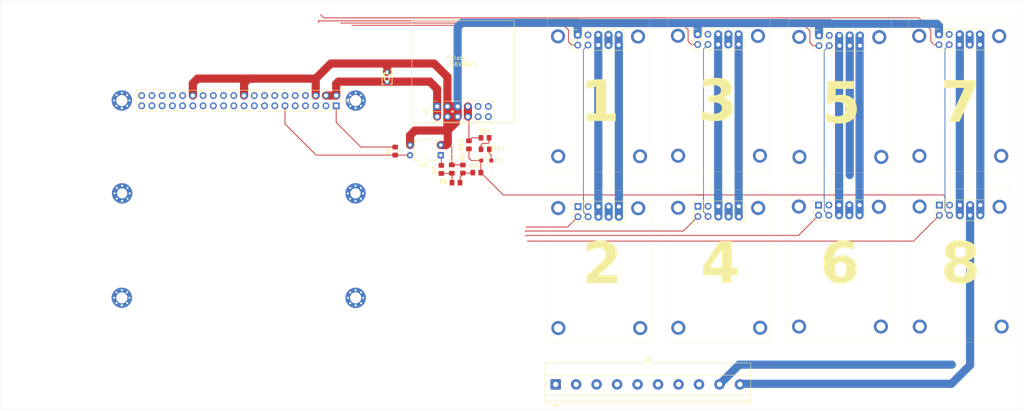
<source format=kicad_pcb>
(kicad_pcb (version 20241229) (generator "pcbnew") (generator_version "9.0")
  (layers (0 "F.Cu" signal) (2 "B.Cu" signal) (13 "F.Paste" user) (15 "B.Paste" user) (5 "F.SilkS" user "F.Silkscreen") (7 "B.SilkS" user "B.Silkscreen") (1 "F.Mask" user) (3 "B.Mask" user) (25 "Edge.Cuts" user))
  (net 0 "")
  (net 1 "+5V")
  (net 2 "GND")
  (net 3 "+12V")
  (net 4 "/FAIL")
  (net 5 "/OUT")
  (net 6 "/GPIO")
  (net 7 "GND1")
  (net 8 "Net-(C3-Pad1)")
  (net 9 "Net-(D2-A)")
  (net 10 "Net-(D3-A)")
  (net 11 "/GPIO26")
  (net 12 "/GPIO25")
  (net 13 "/GPIO4{slash}GPCLK0")
  (net 14 "/GPIO13{slash}PWM1")
  (net 15 "+3V3")
  (net 16 "/GPIO7{slash}SPI0.CE1")
  (net 17 "/GPIO27")
  (net 18 "/ID_SCL")
  (net 19 "/GPIO19{slash}PCM.FS")
  (net 20 "/GPIO24")
  (net 21 "/GPIO17")
  (net 22 "/GPIO15{slash}RXD0")
  (net 23 "/GPIO22")
  (net 24 "/GPIO10{slash}SPI0.MOSI")
  (net 25 "/GPIO9{slash}SPI0.MISO")
  (net 26 "/GPIO23")
  (net 27 "/GPIO18{slash}PCM.CLK")
  (net 28 "/GPIO12")
  (net 29 "/GPIO5")
  (net 30 "/GPIO11{slash}SPI0.SCLK")
  (net 31 "/GPIO8{slash}SPI0.CE0")
  (net 32 "/ID_SDA")
  (net 33 "/GPIO20{slash}PCM.DIN")
  (net 34 "/GPIO2{slash}SDA1")
  (net 35 "/GPIO14{slash}TXD0")
  (net 36 "/GPIO3{slash}SCL1")
  (net 37 "/GPIO21{slash}PCM.DOUT")
  (net 38 "/GPIO6")
  (net 39 "/GPIO16")
  (net 44 "Net-(R7-Pad1)")
  (net 45 "Net-(R10-Pad1)")
  (footprint "MountingHole:MountingHole_2.2mm_M2_ISO7380_Pad_TopBottom" (layer "F.Cu") (at 251.95 122.48 180)
    (property "Reference" "REF**" (hide yes))
    (property "Value" "MountingHole_2.2mm_M2_ISO7380_Pad_TopBottom" (hide yes))
  )
  (footprint "MountingHole:MountingHole_2.2mm_M2_ISO7380_Pad_TopBottom" (layer "F.Cu") (at 301.65 80.15 180)
    (property "Reference" "REF**" (hide yes))
    (property "Value" "MountingHole_2.2mm_M2_ISO7380_Pad_TopBottom" (hide yes))
  )
  (footprint "MountingHole:MountingHole_2.5mm_Pad_Via" (layer "F.Cu") (at 84 96.125)
    (property "Reference" "REF2" (hide yes))
    (property "Value" "MountingHole_2.5mm_Pad_Via" (hide yes))
  )
  (footprint "Connector_PinSocket_2.54mm:PinSocket_2x05_P2.54mm_Vertical" (layer "F.Cu") (at 256.85 122.11 90)
    (property "Reference" "REF**" (hide yes))
    (property "Value" "PinSocket_2x05_P2.54mm_Vertical" (hide yes))
  )
  (footprint "MountingHole:MountingHole_2.5mm_Pad_Via" (layer "F.Cu") (at 84.075 119.2)
    (property "Reference" "REF2" (hide yes))
    (property "Value" "MountingHole_2.5mm_Pad_Via" (hide yes))
  )
  (footprint "" (layer "F.Cu") (at 142 145.15)
    (property "Reference" "")
    (property "Value" "")
  )
  (footprint "LED_SMD:LED_0805_2012Metric_Pad1.15x1.40mm_HandSolder" (layer "F.Cu") (at 174.125 108.25 180)
    (property "Reference" "LED1" (hide yes))
    (property "Value" "APT2012SURCK" (hide yes))
  )
  (footprint "Connector_PinSocket_2.54mm:PinSocket_2x20_P2.54mm_Vertical" (layer "F.Cu") (at 137.18 97.45 -90)
    (property "Reference" "J1")
    (property "Value" "GPIO")
  )
  (footprint "Capacitor_SMD:C_0805_2012Metric_Pad1.18x1.45mm_HandSolder" (layer "F.Cu") (at 165.85 113.1625 90)
    (property "Reference" "C3")
    (property "Value" ".68uf" (hide yes))
  )
  (footprint "Connector_PinSocket_2.54mm:PinSocket_2x05_P2.54mm_Vertical" (layer "F.Cu") (at 286.7 79.73 90)
    (property "Reference" "REF**" (hide yes))
    (property "Value" "PinSocket_2x05_P2.54mm_Vertical" (hide yes))
  )
  (footprint "" (layer "F.Cu") (at 84 145.125)
    (property "Reference" "")
    (property "Value" "")
  )
  (footprint "MountingHole:MountingHole_2.2mm_M2_ISO7380_Pad_TopBottom" (layer "F.Cu") (at 301.75 122.53 180)
    (property "Reference" "REF**" (hide yes))
    (property "Value" "MountingHole_2.2mm_M2_ISO7380_Pad_TopBottom" (hide yes))
  )
  (footprint "Connector_PinSocket_2.54mm:PinSocket_2x05_P2.54mm_Vertical" (layer "F.Cu") (at 226.85 79.68 90)
    (property "Reference" "REF**" (hide yes))
    (property "Value" "PinSocket_2x05_P2.54mm_Vertical" (hide yes))
  )
  (footprint "MountingHole:MountingHole_2.2mm_M2_ISO7380_Pad_TopBottom" (layer "F.Cu") (at 302.25 152.28 180)
    (property "Reference" "REF**" (hide yes))
    (property "Value" "MountingHole_2.2mm_M2_ISO7380_Pad_TopBottom" (hide yes))
  )
  (footprint "Resistor_SMD:R_0805_2012Metric_Pad1.20x1.40mm_HandSolder" (layer "F.Cu") (at 163.25 113.25 -90)
    (property "Reference" "R7")
    (property "Value" "100" (hide yes))
  )
  (footprint "" (layer "F.Cu") (at 84 147)
    (property "Reference" "")
    (property "Value" "")
  )
  (footprint "MountingHole:MountingHole_2.2mm_M2_ISO7380_Pad_TopBottom" (layer "F.Cu") (at 281.9 122.48 180)
    (property "Reference" "REF**" (hide yes))
    (property "Value" "MountingHole_2.2mm_M2_ISO7380_Pad_TopBottom" (hide yes))
  )
  (footprint "Resistor_SMD:R_0805_2012Metric_Pad1.20x1.40mm_HandSolder" (layer "F.Cu") (at 166.9 116.55)
    (property "Reference" "R8")
    (property "Value" "150" (hide yes))
  )
  (footprint "Resistor_SMD:R_0805_2012Metric_Pad1.20x1.40mm_HandSolder" (layer "F.Cu") (at 170.1 107.15 -90)
    (property "Reference" "R12")
    (property "Value" "6.8K" (hide yes))
  )
  (footprint "Package_DIP:DIP-4_W7.62mm" (layer "F.Cu") (at 163.12 109.74 180)
    (property "Reference" "U1")
    (property "Value" "PC817")
  )
  (footprint "Connector_PinSocket_2.54mm:PinSocket_2x05_P2.54mm_Vertical" (layer "F.Cu") (at 256.95 79.98 90)
    (property "Reference" "REF**" (hide yes))
    (property "Value" "PinSocket_2x05_P2.54mm_Vertical" (hide yes))
  )
  (footprint "MountingHole:MountingHole_2.2mm_M2_ISO7380_Pad_TopBottom" (layer "F.Cu") (at 212.55 110 180)
    (property "Reference" "REF**" (hide yes))
    (property "Value" "MountingHole_2.2mm_M2_ISO7380_Pad_TopBottom" (hide yes))
  )
  (footprint "Connector_PinSocket_2.54mm:PinSocket_2x05_P2.54mm_Vertical" (layer "F.Cu") (at 197.15 122.48 90)
    (property "Reference" "REF**" (hide yes))
    (property "Value" "PinSocket_2x05_P2.54mm_Vertical" (hide yes))
  )
  (footprint "" (layer "F.Cu") (at 142 96.15)
    (property "Reference" "")
    (property "Value" "")
  )
  (footprint "MountingHole:MountingHole_2.2mm_M2_ISO7380_Pad_TopBottom" (layer "F.Cu") (at 192.3 152.65 180)
    (property "Reference" "REF**" (hide yes))
    (property "Value" "MountingHole_2.2mm_M2_ISO7380_Pad_TopBottom" (hide yes))
  )
  (footprint "MountingHole:MountingHole_2.5mm_Pad_Via" (layer "F.Cu") (at 142 96.15)
    (property "Reference" "REF2" (hide yes))
    (property "Value" "MountingHole_2.5mm_Pad_Via" (hide yes))
  )
  (footprint "MountingHole:MountingHole_2.2mm_M2_ISO7380_Pad_TopBottom" (layer "F.Cu") (at 192.25 122.85 180)
    (property "Reference" "REF**" (hide yes))
    (property "Value" "MountingHole_2.2mm_M2_ISO7380_Pad_TopBottom" (hide yes))
  )
  (footprint "Connector_PinSocket_2.54mm:PinSocket_2x05_P2.54mm_Vertical" (layer "F.Cu") (at 286.8 122.11 90)
    (property "Reference" "REF**" (hide yes))
    (property "Value" "PinSocket_2x05_P2.54mm_Vertical" (hide yes))
  )
  (footprint "MountingHole:MountingHole_2.2mm_M2_ISO7380_Pad_TopBottom" (layer "F.Cu") (at 252.05 80.35 180)
    (property "Reference" "REF**" (hide yes))
    (property "Value" "MountingHole_2.2mm_M2_ISO7380_Pad_TopBottom" (hide yes))
  )
  (footprint "MountingHole:MountingHole_2.2mm_M2_ISO7380_Pad_TopBottom" (layer "F.Cu") (at 242.3 109.85 180)
    (property "Reference" "REF**" (hide yes))
    (property "Value" "MountingHole_2.2mm_M2_ISO7380_Pad_TopBottom" (hide yes))
  )
  (footprint "MountingHole:MountingHole_2.2mm_M2_ISO7380_Pad_TopBottom" (layer "F.Cu") (at 222 109.85 180)
    (property "Reference" "REF**" (hide yes))
    (property "Value" "MountingHole_2.2mm_M2_ISO7380_Pad_TopBottom" (hide yes))
  )
  (footprint "MountingHole:MountingHole_2.2mm_M2_ISO7380_Pad_TopBottom" (layer "F.Cu") (at 252 152.28 180)
    (property "Reference" "REF**" (hide yes))
    (property "Value" "MountingHole_2.2mm_M2_ISO7380_Pad_TopBottom" (hide yes))
  )
  (footprint "MountingHole:MountingHole_2.2mm_M2_ISO7380_Pad_TopBottom" (layer "F.Cu") (at 212.1 122.9 180)
    (property "Reference" "REF**" (hide yes))
    (property "Value" "MountingHole_2.2mm_M2_ISO7380_Pad_TopBottom" (hide yes))
  )
  (footprint "MountingHole:MountingHole_2.2mm_M2_ISO7380_Pad_TopBottom" (layer "F.Cu") (at 302.15 109.9 180)
    (property "Reference" "REF**" (hide yes))
    (property "Value" "MountingHole_2.2mm_M2_ISO7380_Pad_TopBottom" (hide yes))
  )
  (footprint "RCER71H104K0DBH03A:RCER71H104K0DBH03A" (layer "F.Cu") (at 149.8 91.55 90)
    (property "Reference" "C7")
    (property "Value" ".1uf" (hide yes))
  )
  (footprint "MountingHole:MountingHole_2.2mm_M2_ISO7380_Pad_TopBottom" (layer "F.Cu") (at 212.05 80.25 180)
    (property "Reference" "REF**" (hide yes))
    (property "Value" "MountingHole_2.2mm_M2_ISO7380_Pad_TopBottom" (hide yes))
  )
  (footprint "Connector_PinSocket_2.54mm:PinSocket_2x05_P2.54mm_Vertical" (layer "F.Cu") (at 226.9 122.41 90)
    (property "Reference" "REF**" (hide yes))
    (property "Value" "PinSocket_2x05_P2.54mm_Vertical" (hide yes))
  )
  (footprint "" (layer "F.Cu") (at 84.075 121.075)
    (property "Reference" "")
    (property "Value" "")
  )
  (footprint "Connector_PinSocket_2.54mm:PinSocket_2x05_P2.54mm_Vertical" (layer "F.Cu") (at 197.1 79.83 90)
    (property "Reference" "REF**" (hide yes))
    (property "Value" "PinSocket_2x05_P2.54mm_Vertical" (hide yes))
  )
  (footprint "MountingHole:MountingHole_2.2mm_M2_ISO7380_Pad_TopBottom" (layer "F.Cu") (at 222 122.78 180)
    (property "Reference" "REF**" (hide yes))
    (property "Value" "MountingHole_2.2mm_M2_ISO7380_Pad_TopBottom" (hide yes))
  )
  (footprint "MountingHole:MountingHole_2.2mm_M2_ISO7380_Pad_TopBottom" (layer "F.Cu") (at 221.95 80.05 180)
    (property "Reference" "REF**" (hide yes))
    (property "Value" "MountingHole_2.2mm_M2_ISO7380_Pad_TopBottom" (hide yes))
  )
  (footprint "MountingHole:MountingHole_2.5mm_Pad_Via" (layer "F.Cu") (at 142 145.15)
    (property "Reference" "REF2" (hide yes))
    (property "Value" "MountingHole_2.5mm_Pad_Via" (hide yes))
  )
  (footprint "MountingHole:MountingHole_2.2mm_M2_ISO7380_Pad_TopBottom" (layer "F.Cu") (at 241.85 122.83 180)
    (property "Reference" "REF**" (hide yes))
    (property "Value" "MountingHole_2.2mm_M2_ISO7380_Pad_TopBottom" (hide yes))
  )
  (footprint "Connector_PinSocket_2.54mm:PinSocket_2x06_P2.54mm_Vertical" (layer "F.Cu") (at 162.225 97.61 90)
    (property "Reference" "J2")
    (property "Value" "Conn_02x06_Top_Bottom" (hide yes))
  )
  (footprint "" (layer "F.Cu") (at 84 98)
    (property "Reference" "")
    (property "Value" "")
  )
  (footprint "MountingHole:MountingHole_2.2mm_M2_ISO7380_Pad_TopBottom" (layer "F.Cu") (at 281.85 109.9 180)
    (property "Reference" "REF**" (hide yes))
    (property "Value" "MountingHole_2.2mm_M2_ISO7380_Pad_TopBottom" (hide yes))
  )
  (footprint "" (layer "F.Cu") (at 141.975 119.2)
    (property "Reference" "")
    (property "Value" "")
  )
  (footprint "" (layer "F.Cu") (at 84 147)
    (property "Reference" "")
    (property "Value" "")
  )
  (footprint "MountingHole:MountingHole_2.2mm_M2_ISO7380_Pad_TopBottom" (layer "F.Cu") (at 192.25 110 180)
    (property "Reference" "REF**" (hide yes))
    (property "Value" "MountingHole_2.2mm_M2_ISO7380_Pad_TopBottom" (hide yes))
  )
  (footprint "" (layer "F.Cu") (at 141.975 121.075)
    (property "Reference" "")
    (property "Value" "")
  )
  (footprint "" (layer "F.Cu") (at 142 147.025)
    (property "Reference" "")
    (property "Value" "")
  )
  (footprint "MountingHole:MountingHole_2.2mm_M2_ISO7380_Pad_TopBottom" (layer "F.Cu") (at 242.35 152.58 180)
    (property "Reference" "REF**" (hide yes))
    (property "Value" "MountingHole_2.2mm_M2_ISO7380_Pad_TopBottom" (hide yes))
  )
  (footprint "" (layer "F.Cu") (at 84.075 119.2)
    (property "Reference" "")
    (property "Value" "")
  )
  (footprint "" (layer "F.Cu") (at 142 98.025)
    (property "Reference" "")
    (property "Value" "")
  )
  (footprint "" (layer "F.Cu") (at 142 147.025)
    (property "Reference" "")
    (property "Value" "")
  )
  (footprint "MountingHole:MountingHole_2.2mm_M2_ISO7380_Pad_TopBottom" (layer "F.Cu") (at 281.8 80.1 180)
    (property "Reference" "REF**" (hide yes))
    (property "Value" "MountingHole_2.2mm_M2_ISO7380_Pad_TopBottom" (hide yes))
  )
  (footprint "" (layer "F.Cu") (at 141.975 121.075)
    (property "Reference" "")
    (property "Value" "")
  )
  (footprint "Diode_SMD:D_SOD-323_HandSoldering" (layer "F.Cu") (at 174.4 111.05)
    (property "Reference" "D2")
    (property "Value" "1N4148WS-7-F" (hide yes))
  )
  (footprint "Resistor_SMD:R_0805_2012Metric_Pad1.20x1.40mm_HandSolder" (layer "F.Cu") (at 172.05 114.05)
    (property "Reference" "R10")
    (property "Value" "3.3K" (hide yes))
  )
  (footprint "" (layer "F.Cu") (at 142 98.025)
    (property "Reference" "")
    (property "Value" "")
  )
  (footprint "MountingHole:MountingHole_2.2mm_M2_ISO7380_Pad_TopBottom" (layer "F.Cu") (at 271.8 122.53 180)
    (property "Reference" "REF**" (hide yes))
    (property "Value" "MountingHole_2.2mm_M2_ISO7380_Pad_TopBottom" (hide yes))
  )
  (footprint "MountingHole:MountingHole_2.2mm_M2_ISO7380_Pad_TopBottom" (layer "F.Cu") (at 222.05 152.58 180)
    (property "Reference" "REF**" (hide yes))
    (property "Value" "MountingHole_2.2mm_M2_ISO7380_Pad_TopBottom" (hide yes))
  )
  (footprint "MountingHole:MountingHole_2.2mm_M2_ISO7380_Pad_TopBottom" (layer "F.Cu") (at 271.9 80.4 180)
    (property "Reference" "REF**" (hide yes))
    (property "Value" "MountingHole_2.2mm_M2_ISO7380_Pad_TopBottom" (hide yes))
  )
  (footprint "MountingHole:MountingHole_2.2mm_M2_ISO7380_Pad_TopBottom" (layer "F.Cu") (at 281.95 152.28 180)
    (property "Reference" "REF**" (hide yes))
    (property "Value" "MountingHole_2.2mm_M2_ISO7380_Pad_TopBottom" (hide yes))
  )
  (footprint "" (layer "F.Cu") (at 84 96.125)
    (property "Reference" "")
    (property "Value" "")
  )
  (footprint "TerminalBlock_Phoenix:TerminalBlock_Phoenix_MKDS-1,5-10-5.08_1x10_P5.08mm_Horizontal" (layer "F.Cu") (at 191.62 166.65)
    (property "Reference" "J3")
    (property "Value" "Screw_Terminal_01x10")
  )
  (footprint "" (layer "F.Cu") (at 84 98)
    (property "Reference" "")
    (property "Value" "")
  )
  (footprint "MountingHole:MountingHole_2.2mm_M2_ISO7380_Pad_TopBottom" (layer "F.Cu") (at 272.4 110.15 180)
    (property "Reference" "REF**" (hide yes))
    (property "Value" "MountingHole_2.2mm_M2_ISO7380_Pad_TopBottom" (hide yes))
  )
  (footprint "" (layer "F.Cu") (at 84.075 121.075)
    (property "Reference" "")
    (property "Value" "")
  )
  (footprint "Resistor_SMD:R_0805_2012Metric_Pad1.20x1.40mm_HandSolder" (layer "F.Cu") (at 168.6 113.15 90)
    (property "Reference" "R9")
    (property "Value" "1.8K" (hide yes))
  )
  (footprint "MountingHole:MountingHole_2.2mm_M2_ISO7380_Pad_TopBottom" (layer "F.Cu") (at 212.6 152.65 180)
    (property "Reference" "REF**" (hide yes))
    (property "Value" "MountingHole_2.2mm_M2_ISO7380_Pad_TopBottom" (hide yes))
  )
  (footprint "Resistor_SMD:R_0805_2012Metric_Pad1.20x1.40mm_HandSolder" (layer "F.Cu") (at 151.8 108.7 90)
    (property "Reference" "R6")
    (property "Value" "10K")
  )
  (footprint "MountingHole:MountingHole_2.2mm_M2_ISO7380_Pad_TopBottom" (layer "F.Cu") (at 252.1 110.15 180)
    (property "Reference" "REF**" (hide yes))
    (property "Value" "MountingHole_2.2mm_M2_ISO7380_Pad_TopBottom" (hide yes))
  )
  (footprint "MountingHole:MountingHole_2.2mm_M2_ISO7380_Pad_TopBottom" (layer "F.Cu") (at 241.8 80.1 180)
    (property "Reference" "REF**" (hide yes))
    (property "Value" "MountingHole_2.2mm_M2_ISO7380_Pad_TopBottom" (hide yes))
  )
  (footprint "MountingHole:MountingHole_2.2mm_M2_ISO7380_Pad_TopBottom" (layer "F.Cu") (at 192.2 80.2 180)
    (property "Reference" "REF**" (hide yes))
    (property "Value" "MountingHole_2.2mm_M2_ISO7380_Pad_TopBottom" (hide yes))
  )
  (footprint "MountingHole:MountingHole_2.5mm_Pad_Via" (layer "F.Cu") (at 84 145.125)
    (property "Reference" "REF2" (hide yes))
    (property "Value" "MountingHole_2.5mm_Pad_Via" (hide yes))
  )
  (footprint "Resistor_SMD:R_0805_2012Metric_Pad1.20x1.40mm_HandSolder" (layer "F.Cu") (at 174.1 105.4)
    (property "Reference" "R11")
    (property "Value" "5.6K" (hide yes))
  )
  (footprint "MountingHole:MountingHole_2.2mm_M2_ISO7380_Pad_TopBottom" (layer "F.Cu") (at 272.3 152.28 180)
    (property "Reference" "REF**" (hide yes))
    (property "Value" "MountingHole_2.2mm_M2_ISO7380_Pad_TopBottom" (hide yes))
  )
  (footprint "MountingHole:MountingHole_2.5mm_Pad_Via" (layer "F.Cu") (at 141.975 119.2)
    (property "Reference" "REF2" (hide yes))
    (property "Value" "MountingHole_2.5mm_Pad_Via" (hide yes))
  )
  (footprint "Raspberry-Pi-4-library-for-kicad:raspberrypi_2_3" (layer "B.Cu") (at 113 96.15 180)
    (property "Reference" "RP?")
    (property "Value" "Raspberry_Pi_2_3")
  )
  (gr_rect (start 279.3 118.08) (end 304.7 156.18) (stroke (width 0.05)) (fill no) (layer "F.SilkS"))
  (gr_rect (start 279.2 75.7) (end 304.6 113.8) (stroke (width 0.05)) (fill no) (layer "F.SilkS"))
  (gr_rect (start 189.6 75.8) (end 215 113.9) (stroke (width 0.05)) (fill no) (layer "F.SilkS"))
  (gr_rect (start 219.35 75.65) (end 244.75 113.75) (stroke (width 0.05)) (fill no) (layer "F.SilkS"))
  (gr_rect (start 219.4 118.38) (end 244.8 156.48) (stroke (width 0.05)) (fill no) (layer "F.SilkS"))
  (gr_rect (start 249.45 75.95) (end 274.85 114.05) (stroke (width 0.05)) (fill no) (layer "F.SilkS"))
  (gr_rect (start 189.65 118.45) (end 215.05 156.55) (stroke (width 0.05)) (fill no) (layer "F.SilkS"))
  (gr_rect (start 249.35 118.08) (end 274.75 156.18) (stroke (width 0.05)) (fill no) (layer "F.SilkS"))
  (gr_rect (start 155.925 76.3) (end 181.325 101.7) (stroke (width 0.12)) (fill no) (layer "F.SilkS"))
  (gr_rect (start 53.8 71.2) (end 307.8 172.8) (stroke (width 0.05)) (fill no) (layer "Edge.Cuts"))
  (gr_text "2" (at 198.2 143.22 0) (layer "F.SilkS") (effects (font (size 10.16 10.16) (thickness 0.3) (bold yes)) (justify left bottom)))
  (gr_text "8" (at 287.1 143.15 0) (layer "F.SilkS") (effects (font (size 10.16 10.16) (thickness 0.3) (bold yes)) (justify left bottom)))
  (gr_text "1" (at 197.6 102.95 0) (layer "F.SilkS") (effects (font (size 10.16 10.16) (thickness 0.3) (bold yes)) (justify left bottom)))
  (gr_text "3" (at 226.8 102.8 0) (layer "F.SilkS") (effects (font (size 10.16 10.16) (thickness 0.3) (bold yes)) (justify left bottom)))
  (gr_text "6" (at 257.15 143.15 0) (layer "F.SilkS") (effects (font (size 10.16 10.16) (thickness 0.3) (bold yes)) (justify left bottom)))
  (gr_text "Pololu\nD36V50F5" (at 164.425 87.75 0) (layer "F.SilkS") (effects (font (size 1 1)) (justify left bottom)))
  (gr_text "4" (at 227.55 143.15 0) (layer "F.SilkS") (effects (font (size 10.16 10.16) (thickness 0.3) (bold yes)) (justify left bottom)))
  (gr_text "5" (at 257.45 103.4 0) (layer "F.SilkS") (effects (font (size 10.16 10.16) (thickness 0.3) (bold yes)) (justify left bottom)))
  (gr_text "7" (at 287.05 103.15 0) (layer "F.SilkS") (effects (font (size 10.16 10.16) (thickness 0.3) (bold yes)) (justify left bottom)))
  (segment (start 237.16 161.75) (end 289.9 161.75) (width 2.032) (layer "B.Cu") (net 0))
  (segment (start 232.26 166.65) (end 237.16 161.75) (width 2.032) (layer "B.Cu") (net 0))
  (segment (start 162.225 100.15) (end 162.225 97.61) (width 2.032) (layer "F.Cu") (net 1))
  (segment (start 160.4 91.45) (end 137.75 91.45) (width 2.032) (layer "F.Cu") (net 1))
  (segment (start 162.225 97.61) (end 162.225 93.275) (width 2.032) (layer "F.Cu") (net 1))
  (segment (start 162.225 93.275) (end 160.4 91.45) (width 2.032) (layer "F.Cu") (net 1))
  (segment (start 137.18 94.91) (end 137.18 92.02) (width 2.032) (layer "F.Cu") (net 1))
  (segment (start 134.64 94.91) (end 137.18 94.91) (width 2.032) (layer "F.Cu") (net 1))
  (segment (start 137.18 92.02) (end 137.75 91.45) (width 2.032) (layer "F.Cu") (net 1))
  (segment (start 164.85 102.7) (end 164.765 102.615) (width 2.032) (layer "F.Cu") (net 2))
  (segment (start 116.75 90.7) (end 132.1 90.7) (width 2.032) (layer "F.Cu") (net 2))
  (segment (start 164.765 97.61) (end 164.765 90.265) (width 2.032) (layer "F.Cu") (net 2))
  (segment (start 163.12 107.2) (end 164.45 107.2) (width 2.032) (layer "F.Cu") (net 2))
  (segment (start 164.765 102.615) (end 164.765 100.15) (width 2.032) (layer "F.Cu") (net 2))
  (segment (start 135.85 86.95) (end 132.1 90.7) (width 2.032) (layer "F.Cu") (net 2))
  (segment (start 168.525 112.125) (end 168.75 112.35) (width 0.2) (layer "F.Cu") (net 2))
  (segment (start 155.5 107.2) (end 155.5 104.8) (width 2.032) (layer "F.Cu") (net 2))
  (segment (start 164.45 107.2) (end 164.85 106.8) (width 2.032) (layer "F.Cu") (net 2))
  (segment (start 149.7 86.95) (end 149.8 87.05) (width 2.032) (layer "F.Cu") (net 2))
  (segment (start 101.62 91.88) (end 102.8 90.7) (width 2.032) (layer "F.Cu") (net 2))
  (segment (start 166.85 101.6) (end 166.85 100.15) (width 2.032) (layer "F.Cu") (net 2))
  (segment (start 149.7 86.95) (end 135.85 86.95) (width 2.032) (layer "F.Cu") (net 2))
  (segment (start 164.765 100.15) (end 166.85 100.15) (width 2.032) (layer "F.Cu") (net 2))
  (segment (start 165.85 107.8) (end 164.85 106.8) (width 0.2) (layer "F.Cu") (net 2))
  (segment (start 156.7 103.6) (end 164.85 103.6) (width 2.032) (layer "F.Cu") (net 2))
  (segment (start 165.85 112.125) (end 168.525 112.125) (width 0.2) (layer "F.Cu") (net 2))
  (segment (start 166.85 100.15) (end 167.305 100.15) (width 2.032) (layer "F.Cu") (net 2))
  (segment (start 164.85 103.6) (end 166.85 101.6) (width 2.032) (layer "F.Cu") (net 2))
  (segment (start 102.8 90.7) (end 116.75 90.7) (width 2.032) (layer "F.Cu") (net 2))
  (segment (start 155.5 104.8) (end 156.7 103.6) (width 2.032) (layer "F.Cu") (net 2))
  (segment (start 167.305 97.61) (end 167.305 100.15) (width 2.032) (layer "F.Cu") (net 2))
  (segment (start 101.62 94.91) (end 101.62 91.88) (width 2.032) (layer "F.Cu") (net 2))
  (segment (start 164.765 90.265) (end 161.45 86.95) (width 2.032) (layer "F.Cu") (net 2))
  (segment (start 164.765 97.61) (end 167.305 97.61) (width 2.032) (layer "F.Cu") (net 2))
  (segment (start 115.45 90.7) (end 116.75 90.7) (width 2.032) (layer "F.Cu") (net 2))
  (segment (start 165.85 112.325) (end 165.85 107.8) (width 0.2) (layer "F.Cu") (net 2))
  (segment (start 164.85 103.6) (end 164.85 102.7) (width 2.032) (layer "F.Cu") (net 2))
  (segment (start 149.8 87.05) (end 149.8 89.05) (width 2.032) (layer "F.Cu") (net 2))
  (segment (start 114.32 91.83) (end 115.45 90.7) (width 2.032) (layer "F.Cu") (net 2))
  (segment (start 114.32 94.91) (end 114.32 91.83) (width 2.032) (layer "F.Cu") (net 2))
  (segment (start 164.85 106.8) (end 164.85 103.6) (width 2.032) (layer "F.Cu") (net 2))
  (segment (start 161.45 86.95) (end 149.7 86.95) (width 2.032) (layer "F.Cu") (net 2))
  (segment (start 132.1 90.7) (end 132.1 94.91) (width 2.032) (layer "F.Cu") (net 2))
  (segment (start 164.765 100.15) (end 164.765 97.61) (width 2.032) (layer "F.Cu") (net 2))
  (segment (start 256.95 79.98) (end 256.95 77.233) (width 2.032) (layer "B.Cu") (net 2))
  (segment (start 226.8 77.083) (end 226.983 76.9) (width 2.032) (layer "B.Cu") (net 2))
  (segment (start 167.305 97.61) (end 167.305 77.895) (width 2.032) (layer "B.Cu") (net 2))
  (segment (start 197.1 79.83) (end 197.1 77.2) (width 2.032) (layer "B.Cu") (net 2))
  (segment (start 286.183 77.083) (end 286.7 77.6) (width 2.032) (layer "B.Cu") (net 2))
  (segment (start 256.8 77.083) (end 259.75 77.083) (width 2.032) (layer "B.Cu") (net 2))
  (segment (start 167.305 77.895) (end 168.35 76.85) (width 2.032) (layer "B.Cu") (net 2))
  (segment (start 226.85 79.68) (end 226.85 77.133) (width 2.032) (layer "B.Cu") (net 2))
  (segment (start 259.567 76.9) (end 259.75 77.083) (width 2.032) (layer "B.Cu") (net 2))
  (segment (start 197.05 77.15) (end 197.117 77.083) (width 2.032) (layer "B.Cu") (net 2))
  (segment (start 236.95 76.9) (end 259.567 76.9) (width 2.032) (layer "B.Cu") (net 2))
  (segment (start 226.617 76.9) (end 226.8 77.083) (width 2.032) (layer "B.Cu") (net 2))
  (segment (start 256.95 77.233) (end 256.8 77.083) (width 2.032) (layer "B.Cu") (net 2))
  (segment (start 168.35 76.85) (end 196.884 76.85) (width 2.032) (layer "B.Cu") (net 2))
  (segment (start 259.75 77.083) (end 286.183 77.083) (width 2.032) (layer "B.Cu") (net 2))
  (segment (start 197.117 77.083) (end 197.3 76.9) (width 2.032) (layer "B.Cu") (net 2))
  (segment (start 226.983 76.9) (end 236.95 76.9) (width 2.032) (layer "B.Cu") (net 2))
  (segment (start 226.85 77.133) (end 226.8 77.083) (width 2.032) (layer "B.Cu") (net 2))
  (segment (start 197.3 76.9) (end 226.617 76.9) (width 2.032) (layer "B.Cu") (net 2))
  (segment (start 286.7 77.6) (end 286.7 79.73) (width 2.032) (layer "B.Cu") (net 2))
  (segment (start 196.884 76.85) (end 197.117 77.083) (width 2.032) (layer "B.Cu") (net 2))
  (segment (start 197.1 77.2) (end 197.05 77.15) (width 2.032) (layer "B.Cu") (net 2))
  (segment (start 170.1 100.405) (end 169.845 100.15) (width 0.2) (layer "F.Cu") (net 3))
  (segment (start 170.1 106.15) (end 170.1 100.405) (width 0.2) (layer "F.Cu") (net 3))
  (segment (start 170.1 106.15) (end 170.85 105.4) (width 0.2) (layer "F.Cu") (net 3))
  (segment (start 169.845 97.61) (end 169.845 100.15) (width 2.032) (layer "F.Cu") (net 3))
  (segment (start 170.85 105.4) (end 173.1 105.4) (width 0.2) (layer "F.Cu") (net 3))
  (segment (start 291.88 124.65) (end 291.88 122.11) (width 2.032) (layer "B.Cu") (net 3))
  (segment (start 202.2 122.45) (end 202.2 79.85) (width 2.032) (layer "B.Cu") (net 3))
  (segment (start 231.98 124.95) (end 231.98 122.41) (width 2.032) (layer "B.Cu") (net 3))
  (segment (start 231.98 121.32) (end 231.93 121.27) (width 2.032) (layer "B.Cu") (net 3))
  (segment (start 202.23 122.48) (end 202.2 122.45) (width 2.032) (layer "B.Cu") (net 3))
  (segment (start 291.88 122.11) (end 291.88 79.68) (width 2.032) (layer "B.Cu") (net 3))
  (segment (start 202.2 79.85) (end 202.18 79.83) (width 2.032) (layer "B.Cu") (net 3))
  (segment (start 231.93 121.27) (end 231.93 79.68) (width 2.032) (layer "B.Cu") (net 3))
  (segment (start 202.23 125.02) (end 202.23 122.48) (width 2.032) (layer "B.Cu") (net 3))
  (segment (start 261.93 124.65) (end 261.93 122.11) (width 2.032) (layer "B.Cu") (net 3))
  (segment (start 231.98 122.41) (end 231.98 121.32) (width 2.032) (layer "B.Cu") (net 3))
  (segment (start 261.93 122.11) (end 261.93 80.08) (width 2.032) (layer "B.Cu") (net 3))
  (segment (start 228.289 119.639) (end 228.289 123.799) (width 0.2) (layer "F.Cu") (net 4))
  (segment (start 288.189 121.261) (end 288.189 123.499) (width 0.2) (layer "F.Cu") (net 4))
  (segment (start 173.05 114.05) (end 178.6 119.6) (width 0.2) (layer "F.Cu") (net 4))
  (segment (start 228.25 119.6) (end 228.289 119.639) (width 0.2) (layer "F.Cu") (net 4))
  (segment (start 198.6 119.6) (end 226.6 119.6) (width 0.2) (layer "F.Cu") (net 4))
  (segment (start 258.15 119.6) (end 287.8 119.6) (width 0.2) (layer "F.Cu") (net 4))
  (segment (start 173.05 114.05) (end 173.05 111.15) (width 0.2) (layer "F.Cu") (net 4))
  (segment (start 288.2 120) (end 288.2 121.25) (width 0.2) (layer "F.Cu") (net 4))
  (segment (start 259.39 124.65) (end 258.239 123.499) (width 0.2) (layer "F.Cu") (net 4))
  (segment (start 170.1 108.15) (end 170.1 110.45) (width 0.2) (layer "F.Cu") (net 4))
  (segment (start 198.6 119.6) (end 198.535 119.665) (width 0.2) (layer "F.Cu") (net 4))
  (segment (start 226.6 119.6) (end 258.15 119.6) (width 0.2) (layer "F.Cu") (net 4))
  (segment (start 198.535 119.665) (end 198.535 123.865) (width 0.2) (layer "F.Cu") (net 4))
  (segment (start 173.05 111.15) (end 173.25 110.95) (width 0.2) (layer "F.Cu") (net 4))
  (segment (start 288.2 121.25) (end 288.189 121.261) (width 0.2) (layer "F.Cu") (net 4))
  (segment (start 178.6 119.6) (end 198.6 119.6) (width 0.2) (layer "F.Cu") (net 4))
  (segment (start 288.189 123.499) (end 289.34 124.65) (width 0.2) (layer "F.Cu") (net 4))
  (segment (start 170.7 111.05) (end 173.15 111.05) (width 0.2) (layer "F.Cu") (net 4))
  (segment (start 258.239 123.499) (end 258.239 119.689) (width 0.2) (layer "F.Cu") (net 4))
  (segment (start 199.69 125.02) (end 198.535 123.865) (width 0.2) (layer "F.Cu") (net 4))
  (segment (start 170.1 110.45) (end 170.7 111.05) (width 0.2) (layer "F.Cu") (net 4))
  (segment (start 198.535 123.865) (end 198.535 123.65) (width 0.2) (layer "F.Cu") (net 4))
  (segment (start 287.8 119.6) (end 288.2 120) (width 0.2) (layer "F.Cu") (net 4))
  (segment (start 226.6 119.6) (end 228.25 119.6) (width 0.2) (layer "F.Cu") (net 4))
  (segment (start 228.289 123.799) (end 229.44 124.95) (width 0.2) (layer "F.Cu") (net 4))
  (segment (start 258.239 119.689) (end 258.15 119.6) (width 0.2) (layer "F.Cu") (net 4))
  (segment (start 259.49 82.52) (end 258.239 83.771) (width 0.2) (layer "B.Cu") (net 4))
  (segment (start 229.39 82.22) (end 228.289 83.321) (width 0.2) (layer "B.Cu") (net 4))
  (segment (start 228.289 83.321) (end 228.289 123.799) (width 0.2) (layer "B.Cu") (net 4))
  (segment (start 198.5 83.51) (end 199.64 82.37) (width 0.2) (layer "B.Cu") (net 4))
  (segment (start 289.24 82.27) (end 288.189 83.321) (width 0.2) (layer "B.Cu") (net 4))
  (segment (start 198.5 123.83) (end 199.69 125.02) (width 0.2) (layer "B.Cu") (net 4))
  (segment (start 288.189 83.321) (end 288.189 123.499) (width 0.2) (layer "B.Cu") (net 4))
  (segment (start 199.64 82.37) (end 199.64 82.91) (width 0.2) (layer "B.Cu") (net 4))
  (segment (start 198.5 121.799) (end 198.5 123.83) (width 0.2) (layer "B.Cu") (net 4))
  (segment (start 288.189 123.499) (end 289.34 124.65) (width 0.2) (layer "B.Cu") (net 4))
  (segment (start 258.239 123.499) (end 259.39 124.65) (width 0.2) (layer "B.Cu") (net 4))
  (segment (start 258.239 83.771) (end 258.239 123.499) (width 0.2) (layer "B.Cu") (net 4))
  (segment (start 228.289 123.799) (end 229.44 124.95) (width 0.2) (layer "B.Cu") (net 4))
  (segment (start 198.5 122.05) (end 198.5 83.51) (width 0.2) (layer "B.Cu") (net 4))
  (segment (start 289.8 166.5) (end 237.49 166.5) (width 2.032) (layer "B.Cu") (net 5))
  (segment (start 234.52 124.95) (end 234.52 122.41) (width 2.032) (layer "B.Cu") (net 5))
  (segment (start 264.57 82.52) (end 264.57 79.98) (width 2.032) (layer "B.Cu") (net 5))
  (segment (start 234.47 82.22) (end 234.47 79.68) (width 2.032) (layer "B.Cu") (net 5))
  (segment (start 294.42 124.65) (end 294.42 161.88) (width 2.032) (layer "B.Cu") (net 5))
  (segment (start 264.57 82.52) (end 264.57 114.65) (width 2.032) (layer "B.Cu") (net 5))
  (segment (start 237.49 166.5) (end 237.34 166.65) (width 2.032) (layer "B.Cu") (net 5))
  (segment (start 294.42 124.65) (end 294.42 122.11) (width 2.032) (layer "B.Cu") (net 5))
  (segment (start 294.42 161.88) (end 289.8 166.5) (width 2.032) (layer "B.Cu") (net 5))
  (segment (start 294.32 82.27) (end 294.32 79.73) (width 2.032) (layer "B.Cu") (net 5))
  (segment (start 264.47 124.65) (end 264.47 122.11) (width 2.032) (layer "B.Cu") (net 5))
  (segment (start 204.77 125.02) (end 204.77 122.48) (width 2.032) (layer "B.Cu") (net 5))
  (segment (start 204.72 82.37) (end 204.72 79.83) (width 2.032) (layer "B.Cu") (net 5))
  (segment (start 132.95 76.35) (end 252.2 76.35) (width 0.2) (layer "F.Cu") (net 6))
  (segment (start 286.98 82.3) (end 285.5 82.3) (width 0.2) (layer "F.Cu") (net 6))
  (segment (start 224.48 78.53) (end 224.48 81.43) (width 0.2) (layer "F.Cu") (net 6))
  (segment (start 184.3 129.75) (end 184.15 129.75) (width 0.2) (layer "F.Cu") (net 6))
  (segment (start 134.1 75.6) (end 133.3 74.8) (width 0.2) (layer "F.Cu") (net 6))
  (segment (start 194.8 81.55) (end 195.62 82.37) (width 0.2) (layer "F.Cu") (net 6))
  (segment (start 251.85 129.65) (end 184.4 129.65) (width 0.2) (layer "F.Cu") (net 6))
  (segment (start 252.2 76.35) (end 254.68 78.83) (width 0.2) (layer "F.Cu") (net 6))
  (segment (start 171.2 76.9) (end 138.3 76.9) (width 0.2) (layer "F.Cu") (net 6))
  (segment (start 141 77.45) (end 193.6 77.45) (width 0.2) (layer "F.Cu") (net 6))
  (segment (start 171.2 76.9) (end 222.85 76.9) (width 0.2) (layer "F.Cu") (net 6))
  (segment (start 222.85 76.9) (end 224.48 78.53) (width 0.2) (layer "F.Cu") (net 6))
  (segment (start 132.85 76.25) (end 132.95 76.35) (width 0.2) (layer "F.Cu") (net 6))
  (segment (start 194.8 78.65) (end 194.8 81.55) (width 0.2) (layer "F.Cu") (net 6))
  (segment (start 226.9 124.95) (end 223.3 128.55) (width 0.2) (layer "F.Cu") (net 6))
  (segment (start 254.68 81.73) (end 255.5 82.55) (width 0.2) (layer "F.Cu") (net 6))
  (segment (start 184.15 128.55) (end 184.15 128.7) (width 0.2) (layer "F.Cu") (net 6))
  (segment (start 284.68 81.48) (end 284.68 78.58) (width 0.2) (layer "F.Cu") (net 6))
  (segment (start 280.4 131.05) (end 184.6 131.05) (width 0.2) (layer "F.Cu") (net 6))
  (segment (start 285.5 82.3) (end 284.68 81.48) (width 0.2) (layer "F.Cu") (net 6))
  (segment (start 286.8 124.65) (end 280.4 131.05) (width 0.2) (layer "F.Cu") (net 6))
  (segment (start 255.5 82.55) (end 256.98 82.55) (width 0.2) (layer "F.Cu") (net 6))
  (segment (start 256.85 124.65) (end 251.85 129.65) (width 0.2) (layer "F.Cu") (net 6))
  (segment (start 224.48 81.43) (end 225.3 82.25) (width 0.2) (layer "F.Cu") (net 6))
  (segment (start 193.6 77.45) (end 194.8 78.65) (width 0.2) (layer "F.Cu") (net 6))
  (segment (start 197.15 125.02) (end 194.62 127.55) (width 0.2) (layer "F.Cu") (net 6))
  (segment (start 284.68 78.58) (end 281.7 75.6) (width 0.2) (layer "F.Cu") (net 6))
  (segment (start 281.7 75.6) (end 134.1 75.6) (width 0.2) (layer "F.Cu") (net 6))
  (segment (start 171.11 76.9) (end 171.2 76.9) (width 0.2) (layer "F.Cu") (net 6))
  (segment (start 132.85 76.8) (end 132.85 76.25) (width 0.2) (layer "F.Cu") (net 6))
  (segment (start 225.3 82.25) (end 226.78 82.25) (width 0.2) (layer "F.Cu") (net 6))
  (segment (start 195.62 82.37) (end 197.1 82.37) (width 0.2) (layer "F.Cu") (net 6))
  (segment (start 194.62 127.55) (end 184.25 127.55) (width 0.2) (layer "F.Cu") (net 6))
  (segment (start 223.3 128.55) (end 184.15 128.55) (width 0.2) (layer "F.Cu") (net 6))
  (segment (start 254.68 78.83) (end 254.68 81.73) (width 0.2) (layer "F.Cu") (net 6))
  (segment (start 237.01 124.9) (end 237.06 124.95) (width 2.032) (layer "B.Cu") (net 7))
  (segment (start 296.96 124.65) (end 296.96 79.83) (width 2.032) (layer "B.Cu") (net 7))
  (segment (start 207.26 82.37) (end 207.3 82.41) (width 2.032) (layer "B.Cu") (net 7))
  (segment (start 296.96 79.83) (end 296.86 79.73) (width 2.032) (layer "B.Cu") (net 7))
  (segment (start 267.01 80.08) (end 267.11 79.98) (width 2.032) (layer "B.Cu") (net 7))
  (segment (start 207.3 125.01) (end 207.31 125.02) (width 2.032) (layer "B.Cu") (net 7))
  (segment (start 207.26 79.83) (end 207.26 82.37) (width 2.032) (layer "B.Cu") (net 7))
  (segment (start 267.01 124.65) (end 267.01 80.08) (width 2.032) (layer "B.Cu") (net 7))
  (segment (start 207.3 82.41) (end 207.3 125.01) (width 2.032) (layer "B.Cu") (net 7))
  (segment (start 237.01 79.68) (end 237.01 124.9) (width 2.032) (layer "B.Cu") (net 7))
  (segment (start 163.25 114.25) (end 165.7 114.25) (width 0.2) (layer "F.Cu") (net 8))
  (segment (start 165.7 114.25) (end 165.85 114.4) (width 0.2) (layer "F.Cu") (net 8))
  (segment (start 165.9 114.25) (end 165.85 114.2) (width 0.2) (layer "F.Cu") (net 8))
  (segment (start 165.9 116.55) (end 165.9 114.25) (width 0.2) (layer "F.Cu") (net 8))
  (segment (start 175.65 111.05) (end 175.65 109.75) (width 0.2) (layer "F.Cu") (net 9))
  (segment (start 175.65 109.75) (end 175.125 109.225) (width 0.2) (layer "F.Cu") (net 9))
  (segment (start 175.125 109.225) (end 175.125 108.55) (width 0.2) (layer "F.Cu") (net 9))
  (segment (start 173.075 107.225) (end 173.5 106.8) (width 0.2) (layer "F.Cu") (net 10))
  (segment (start 175.1 106.5) (end 175.1 105.4) (width 0.2) (layer "F.Cu") (net 10))
  (segment (start 173.5 106.8) (end 174.8 106.8) (width 0.2) (layer "F.Cu") (net 10))
  (segment (start 173.075 108.55) (end 173.075 107.225) (width 0.2) (layer "F.Cu") (net 10))
  (segment (start 174.8 106.8) (end 175.1 106.5) (width 0.2) (layer "F.Cu") (net 10))
  (segment (start 137.18 97.45) (end 137.18 101.58) (width 0.2) (layer "F.Cu") (net 15))
  (segment (start 143.3 107.7) (end 151.8 107.7) (width 0.2) (layer "F.Cu") (net 15))
  (segment (start 137.18 101.58) (end 143.3 107.7) (width 0.2) (layer "F.Cu") (net 15))
  (segment (start 151.8 109.7) (end 155.46 109.7) (width 0.2) (layer "F.Cu") (net 21))
  (segment (start 151.8 109.7) (end 132.2 109.7) (width 0.2) (layer "F.Cu") (net 21))
  (segment (start 124.48 101.92) (end 124.48 97.45) (width 0.2) (layer "F.Cu") (net 21))
  (segment (start 132.2 109.7) (end 124.45 101.95) (width 0.2) (layer "F.Cu") (net 21))
  (segment (start 124.45 101.95) (end 124.48 101.92) (width 0.2) (layer "F.Cu") (net 21))
  (segment (start 155.46 109.7) (end 155.5 109.74) (width 0.2) (layer "F.Cu") (net 21))
  (segment (start 163.25 109.87) (end 163.12 109.74) (width 0.2) (layer "F.Cu") (net 44))
  (segment (start 163.25 112.25) (end 163.25 109.87) (width 0.2) (layer "F.Cu") (net 44))
  (segment (start 167.9 116.55) (end 167.9 115.2) (width 0.2) (layer "F.Cu") (net 45))
  (segment (start 170.95 114.15) (end 171.05 114.05) (width 0.2) (layer "F.Cu") (net 45))
  (segment (start 168.6 114.15) (end 170.95 114.15) (width 0.2) (layer "F.Cu") (net 45))
  (segment (start 167.9 115.2) (end 168.75 114.35) (width 0.2) (layer "F.Cu") (net 45))
)
</source>
